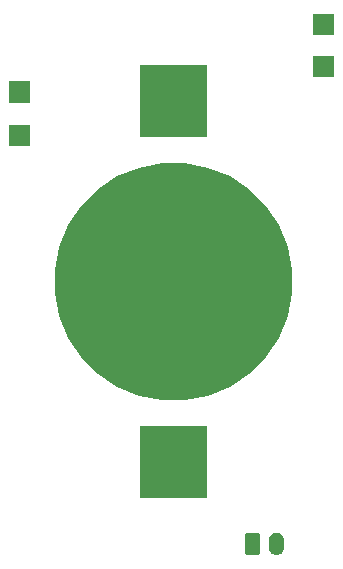
<source format=gbr>
G04 #@! TF.GenerationSoftware,KiCad,Pcbnew,(5.1.5)-3*
G04 #@! TF.CreationDate,2021-04-09T15:24:42+08:00*
G04 #@! TF.ProjectId,parasite,70617261-7369-4746-952e-6b696361645f,1.1.0*
G04 #@! TF.SameCoordinates,Original*
G04 #@! TF.FileFunction,Soldermask,Bot*
G04 #@! TF.FilePolarity,Negative*
%FSLAX46Y46*%
G04 Gerber Fmt 4.6, Leading zero omitted, Abs format (unit mm)*
G04 Created by KiCad (PCBNEW (5.1.5)-3) date 2021-04-09 15:24:42*
%MOMM*%
%LPD*%
G04 APERTURE LIST*
%ADD10C,0.100000*%
G04 APERTURE END LIST*
D10*
G36*
X126627617Y-93583420D02*
G01*
X126708399Y-93607925D01*
X126750335Y-93620646D01*
X126863424Y-93681094D01*
X126962554Y-93762447D01*
X127043906Y-93861575D01*
X127104354Y-93974664D01*
X127114040Y-94006596D01*
X127141580Y-94097382D01*
X127151000Y-94193027D01*
X127151000Y-94806973D01*
X127141580Y-94902618D01*
X127114040Y-94993404D01*
X127104354Y-95025336D01*
X127043906Y-95138425D01*
X126962554Y-95237554D01*
X126863425Y-95318906D01*
X126750336Y-95379354D01*
X126718404Y-95389040D01*
X126627618Y-95416580D01*
X126500000Y-95429149D01*
X126372383Y-95416580D01*
X126281597Y-95389040D01*
X126249665Y-95379354D01*
X126136576Y-95318906D01*
X126037447Y-95237554D01*
X125956096Y-95138427D01*
X125956095Y-95138425D01*
X125895647Y-95025336D01*
X125895645Y-95025333D01*
X125883237Y-94984427D01*
X125858420Y-94902618D01*
X125849000Y-94806973D01*
X125849000Y-94193028D01*
X125858420Y-94097383D01*
X125895645Y-93974669D01*
X125895646Y-93974665D01*
X125956094Y-93861576D01*
X126037447Y-93762446D01*
X126136575Y-93681094D01*
X126249664Y-93620646D01*
X126291600Y-93607925D01*
X126372382Y-93583420D01*
X126500000Y-93570851D01*
X126627617Y-93583420D01*
G37*
G36*
X124991242Y-93578404D02*
G01*
X125028337Y-93589657D01*
X125062515Y-93607925D01*
X125092481Y-93632519D01*
X125117075Y-93662485D01*
X125135343Y-93696663D01*
X125146596Y-93733758D01*
X125151000Y-93778474D01*
X125151000Y-95221526D01*
X125146596Y-95266242D01*
X125135343Y-95303337D01*
X125117075Y-95337515D01*
X125092481Y-95367481D01*
X125062515Y-95392075D01*
X125028337Y-95410343D01*
X124991242Y-95421596D01*
X124946526Y-95426000D01*
X124053474Y-95426000D01*
X124008758Y-95421596D01*
X123971663Y-95410343D01*
X123937485Y-95392075D01*
X123907519Y-95367481D01*
X123882925Y-95337515D01*
X123864657Y-95303337D01*
X123853404Y-95266242D01*
X123849000Y-95221526D01*
X123849000Y-93778474D01*
X123853404Y-93733758D01*
X123864657Y-93696663D01*
X123882925Y-93662485D01*
X123907519Y-93632519D01*
X123937485Y-93607925D01*
X123971663Y-93589657D01*
X124008758Y-93578404D01*
X124053474Y-93574000D01*
X124946526Y-93574000D01*
X124991242Y-93578404D01*
G37*
G36*
X120600999Y-90651000D02*
G01*
X114999001Y-90651000D01*
X114999001Y-84549000D01*
X120600999Y-84549000D01*
X120600999Y-90651000D01*
G37*
G36*
X120731767Y-62635254D02*
G01*
X122560932Y-63392919D01*
X122560934Y-63392920D01*
X124207139Y-64492879D01*
X125607121Y-65892861D01*
X126707080Y-67539066D01*
X126707081Y-67539068D01*
X127464746Y-69368233D01*
X127851000Y-71310062D01*
X127851000Y-73289938D01*
X127464746Y-75231767D01*
X126707081Y-77060932D01*
X126707080Y-77060934D01*
X125607121Y-78707139D01*
X124207139Y-80107121D01*
X122560934Y-81207080D01*
X122560933Y-81207081D01*
X122560932Y-81207081D01*
X120731767Y-81964746D01*
X118789938Y-82351000D01*
X116810062Y-82351000D01*
X114868233Y-81964746D01*
X113039068Y-81207081D01*
X113039067Y-81207081D01*
X113039066Y-81207080D01*
X111392861Y-80107121D01*
X109992879Y-78707139D01*
X108892920Y-77060934D01*
X108892919Y-77060932D01*
X108135254Y-75231767D01*
X107749000Y-73289938D01*
X107749000Y-71310062D01*
X108135254Y-69368233D01*
X108892919Y-67539068D01*
X108892920Y-67539066D01*
X109992879Y-65892861D01*
X111392861Y-64492879D01*
X113039066Y-63392920D01*
X113039068Y-63392919D01*
X114868233Y-62635254D01*
X116810062Y-62249000D01*
X118789938Y-62249000D01*
X120731767Y-62635254D01*
G37*
G36*
X105651000Y-60845000D02*
G01*
X103849000Y-60845000D01*
X103849000Y-59043000D01*
X105651000Y-59043000D01*
X105651000Y-60845000D01*
G37*
G36*
X120600999Y-60051000D02*
G01*
X114999001Y-60051000D01*
X114999001Y-53949000D01*
X120600999Y-53949000D01*
X120600999Y-60051000D01*
G37*
G36*
X105651000Y-57151000D02*
G01*
X103849000Y-57151000D01*
X103849000Y-55349000D01*
X105651000Y-55349000D01*
X105651000Y-57151000D01*
G37*
G36*
X131401000Y-55003000D02*
G01*
X129599000Y-55003000D01*
X129599000Y-53201000D01*
X131401000Y-53201000D01*
X131401000Y-55003000D01*
G37*
G36*
X131401000Y-51401000D02*
G01*
X129599000Y-51401000D01*
X129599000Y-49599000D01*
X131401000Y-49599000D01*
X131401000Y-51401000D01*
G37*
M02*

</source>
